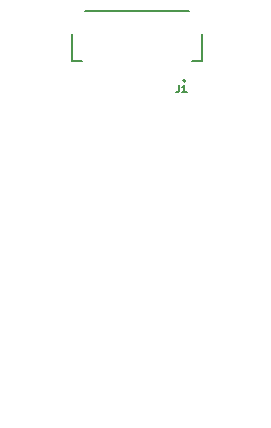
<source format=gto>
G04 #@! TF.GenerationSoftware,KiCad,Pcbnew,7.0.8*
G04 #@! TF.CreationDate,2023-10-19T20:53:45-07:00*
G04 #@! TF.ProjectId,Seismos_4-Thumb,53656973-6d6f-4735-9f34-2d5468756d62,rev?*
G04 #@! TF.SameCoordinates,Original*
G04 #@! TF.FileFunction,Legend,Top*
G04 #@! TF.FilePolarity,Positive*
%FSLAX46Y46*%
G04 Gerber Fmt 4.6, Leading zero omitted, Abs format (unit mm)*
G04 Created by KiCad (PCBNEW 7.0.8) date 2023-10-19 20:53:45*
%MOMM*%
%LPD*%
G01*
G04 APERTURE LIST*
%ADD10C,0.150000*%
%ADD11C,0.127000*%
%ADD12C,0.200000*%
%ADD13C,3.200000*%
%ADD14C,2.300000*%
%ADD15C,1.000000*%
%ADD16C,3.000000*%
%ADD17C,4.000000*%
%ADD18R,0.600000X1.550000*%
%ADD19R,1.200000X1.800000*%
G04 APERTURE END LIST*
D10*
X45524667Y-60019200D02*
X45667524Y-60066819D01*
X45667524Y-60066819D02*
X45905619Y-60066819D01*
X45905619Y-60066819D02*
X46000857Y-60019200D01*
X46000857Y-60019200D02*
X46048476Y-59971580D01*
X46048476Y-59971580D02*
X46096095Y-59876342D01*
X46096095Y-59876342D02*
X46096095Y-59781104D01*
X46096095Y-59781104D02*
X46048476Y-59685866D01*
X46048476Y-59685866D02*
X46000857Y-59638247D01*
X46000857Y-59638247D02*
X45905619Y-59590628D01*
X45905619Y-59590628D02*
X45715143Y-59543009D01*
X45715143Y-59543009D02*
X45619905Y-59495390D01*
X45619905Y-59495390D02*
X45572286Y-59447771D01*
X45572286Y-59447771D02*
X45524667Y-59352533D01*
X45524667Y-59352533D02*
X45524667Y-59257295D01*
X45524667Y-59257295D02*
X45572286Y-59162057D01*
X45572286Y-59162057D02*
X45619905Y-59114438D01*
X45619905Y-59114438D02*
X45715143Y-59066819D01*
X45715143Y-59066819D02*
X45953238Y-59066819D01*
X45953238Y-59066819D02*
X46096095Y-59114438D01*
X46429429Y-59066819D02*
X46667524Y-60066819D01*
X46667524Y-60066819D02*
X46858000Y-59352533D01*
X46858000Y-59352533D02*
X47048476Y-60066819D01*
X47048476Y-60066819D02*
X47286572Y-59066819D01*
X47619905Y-59162057D02*
X47667524Y-59114438D01*
X47667524Y-59114438D02*
X47762762Y-59066819D01*
X47762762Y-59066819D02*
X48000857Y-59066819D01*
X48000857Y-59066819D02*
X48096095Y-59114438D01*
X48096095Y-59114438D02*
X48143714Y-59162057D01*
X48143714Y-59162057D02*
X48191333Y-59257295D01*
X48191333Y-59257295D02*
X48191333Y-59352533D01*
X48191333Y-59352533D02*
X48143714Y-59495390D01*
X48143714Y-59495390D02*
X47572286Y-60066819D01*
X47572286Y-60066819D02*
X48191333Y-60066819D01*
X45524667Y-41019200D02*
X45667524Y-41066819D01*
X45667524Y-41066819D02*
X45905619Y-41066819D01*
X45905619Y-41066819D02*
X46000857Y-41019200D01*
X46000857Y-41019200D02*
X46048476Y-40971580D01*
X46048476Y-40971580D02*
X46096095Y-40876342D01*
X46096095Y-40876342D02*
X46096095Y-40781104D01*
X46096095Y-40781104D02*
X46048476Y-40685866D01*
X46048476Y-40685866D02*
X46000857Y-40638247D01*
X46000857Y-40638247D02*
X45905619Y-40590628D01*
X45905619Y-40590628D02*
X45715143Y-40543009D01*
X45715143Y-40543009D02*
X45619905Y-40495390D01*
X45619905Y-40495390D02*
X45572286Y-40447771D01*
X45572286Y-40447771D02*
X45524667Y-40352533D01*
X45524667Y-40352533D02*
X45524667Y-40257295D01*
X45524667Y-40257295D02*
X45572286Y-40162057D01*
X45572286Y-40162057D02*
X45619905Y-40114438D01*
X45619905Y-40114438D02*
X45715143Y-40066819D01*
X45715143Y-40066819D02*
X45953238Y-40066819D01*
X45953238Y-40066819D02*
X46096095Y-40114438D01*
X46429429Y-40066819D02*
X46667524Y-41066819D01*
X46667524Y-41066819D02*
X46858000Y-40352533D01*
X46858000Y-40352533D02*
X47048476Y-41066819D01*
X47048476Y-41066819D02*
X47286572Y-40066819D01*
X48191333Y-41066819D02*
X47619905Y-41066819D01*
X47905619Y-41066819D02*
X47905619Y-40066819D01*
X47905619Y-40066819D02*
X47810381Y-40209676D01*
X47810381Y-40209676D02*
X47715143Y-40304914D01*
X47715143Y-40304914D02*
X47619905Y-40352533D01*
X64524667Y-60019200D02*
X64667524Y-60066819D01*
X64667524Y-60066819D02*
X64905619Y-60066819D01*
X64905619Y-60066819D02*
X65000857Y-60019200D01*
X65000857Y-60019200D02*
X65048476Y-59971580D01*
X65048476Y-59971580D02*
X65096095Y-59876342D01*
X65096095Y-59876342D02*
X65096095Y-59781104D01*
X65096095Y-59781104D02*
X65048476Y-59685866D01*
X65048476Y-59685866D02*
X65000857Y-59638247D01*
X65000857Y-59638247D02*
X64905619Y-59590628D01*
X64905619Y-59590628D02*
X64715143Y-59543009D01*
X64715143Y-59543009D02*
X64619905Y-59495390D01*
X64619905Y-59495390D02*
X64572286Y-59447771D01*
X64572286Y-59447771D02*
X64524667Y-59352533D01*
X64524667Y-59352533D02*
X64524667Y-59257295D01*
X64524667Y-59257295D02*
X64572286Y-59162057D01*
X64572286Y-59162057D02*
X64619905Y-59114438D01*
X64619905Y-59114438D02*
X64715143Y-59066819D01*
X64715143Y-59066819D02*
X64953238Y-59066819D01*
X64953238Y-59066819D02*
X65096095Y-59114438D01*
X65429429Y-59066819D02*
X65667524Y-60066819D01*
X65667524Y-60066819D02*
X65858000Y-59352533D01*
X65858000Y-59352533D02*
X66048476Y-60066819D01*
X66048476Y-60066819D02*
X66286572Y-59066819D01*
X66572286Y-59066819D02*
X67191333Y-59066819D01*
X67191333Y-59066819D02*
X66858000Y-59447771D01*
X66858000Y-59447771D02*
X67000857Y-59447771D01*
X67000857Y-59447771D02*
X67096095Y-59495390D01*
X67096095Y-59495390D02*
X67143714Y-59543009D01*
X67143714Y-59543009D02*
X67191333Y-59638247D01*
X67191333Y-59638247D02*
X67191333Y-59876342D01*
X67191333Y-59876342D02*
X67143714Y-59971580D01*
X67143714Y-59971580D02*
X67096095Y-60019200D01*
X67096095Y-60019200D02*
X67000857Y-60066819D01*
X67000857Y-60066819D02*
X66715143Y-60066819D01*
X66715143Y-60066819D02*
X66619905Y-60019200D01*
X66619905Y-60019200D02*
X66572286Y-59971580D01*
X64524667Y-41019200D02*
X64667524Y-41066819D01*
X64667524Y-41066819D02*
X64905619Y-41066819D01*
X64905619Y-41066819D02*
X65000857Y-41019200D01*
X65000857Y-41019200D02*
X65048476Y-40971580D01*
X65048476Y-40971580D02*
X65096095Y-40876342D01*
X65096095Y-40876342D02*
X65096095Y-40781104D01*
X65096095Y-40781104D02*
X65048476Y-40685866D01*
X65048476Y-40685866D02*
X65000857Y-40638247D01*
X65000857Y-40638247D02*
X64905619Y-40590628D01*
X64905619Y-40590628D02*
X64715143Y-40543009D01*
X64715143Y-40543009D02*
X64619905Y-40495390D01*
X64619905Y-40495390D02*
X64572286Y-40447771D01*
X64572286Y-40447771D02*
X64524667Y-40352533D01*
X64524667Y-40352533D02*
X64524667Y-40257295D01*
X64524667Y-40257295D02*
X64572286Y-40162057D01*
X64572286Y-40162057D02*
X64619905Y-40114438D01*
X64619905Y-40114438D02*
X64715143Y-40066819D01*
X64715143Y-40066819D02*
X64953238Y-40066819D01*
X64953238Y-40066819D02*
X65096095Y-40114438D01*
X65429429Y-40066819D02*
X65667524Y-41066819D01*
X65667524Y-41066819D02*
X65858000Y-40352533D01*
X65858000Y-40352533D02*
X66048476Y-41066819D01*
X66048476Y-41066819D02*
X66286572Y-40066819D01*
X67096095Y-40400152D02*
X67096095Y-41066819D01*
X66858000Y-40019200D02*
X66619905Y-40733485D01*
X66619905Y-40733485D02*
X67238952Y-40733485D01*
X60054667Y-31954676D02*
X60054667Y-32411819D01*
X60054667Y-32411819D02*
X60024190Y-32503247D01*
X60024190Y-32503247D02*
X59963238Y-32564200D01*
X59963238Y-32564200D02*
X59871809Y-32594676D01*
X59871809Y-32594676D02*
X59810857Y-32594676D01*
X60694667Y-32594676D02*
X60328952Y-32594676D01*
X60511809Y-32594676D02*
X60511809Y-31954676D01*
X60511809Y-31954676D02*
X60450857Y-32046104D01*
X60450857Y-32046104D02*
X60389905Y-32107057D01*
X60389905Y-32107057D02*
X60328952Y-32137533D01*
D11*
X62000000Y-29950000D02*
X62000000Y-27620000D01*
X61120000Y-29950000D02*
X62000000Y-29950000D01*
X60890000Y-25700000D02*
X52110000Y-25700000D01*
X51880000Y-29950000D02*
X51000000Y-29950000D01*
X51000000Y-29950000D02*
X51000000Y-27620000D01*
D12*
X60600000Y-31600000D02*
G75*
G03*
X60600000Y-31600000I-100000J0D01*
G01*
%LPC*%
D13*
X40500000Y-70500000D03*
X72500000Y-70500000D03*
D14*
X41700000Y-60000000D03*
D15*
X41780000Y-56384200D03*
D16*
X42000000Y-63800000D03*
X44460000Y-65080000D03*
D17*
X47000000Y-60000000D03*
D16*
X47000000Y-65900000D03*
X50810000Y-62540000D03*
D15*
X52220000Y-56384200D03*
D14*
X52300000Y-60000000D03*
X41700000Y-41000000D03*
D15*
X41780000Y-37384200D03*
D16*
X42000000Y-44800000D03*
X44460000Y-46080000D03*
D17*
X47000000Y-41000000D03*
D16*
X47000000Y-46900000D03*
X50810000Y-43540000D03*
D15*
X52220000Y-37384200D03*
D14*
X52300000Y-41000000D03*
X60700000Y-60000000D03*
D15*
X60780000Y-56384200D03*
D16*
X61000000Y-63800000D03*
X63460000Y-65080000D03*
D17*
X66000000Y-60000000D03*
D16*
X66000000Y-65900000D03*
X69810000Y-62540000D03*
D15*
X71220000Y-56384200D03*
D14*
X71300000Y-60000000D03*
X60700000Y-41000000D03*
D15*
X60780000Y-37384200D03*
D16*
X61000000Y-44800000D03*
X63460000Y-46080000D03*
D17*
X66000000Y-41000000D03*
D16*
X66000000Y-46900000D03*
X69810000Y-43540000D03*
D15*
X71220000Y-37384200D03*
D14*
X71300000Y-41000000D03*
D18*
X60500000Y-30275000D03*
X59500000Y-30275000D03*
X58500000Y-30275000D03*
X57500000Y-30275000D03*
X56500000Y-30275000D03*
X55500000Y-30275000D03*
X54500000Y-30275000D03*
X53500000Y-30275000D03*
X52500000Y-30275000D03*
D19*
X61800000Y-26400000D03*
X51200000Y-26400000D03*
%LPD*%
M02*

</source>
